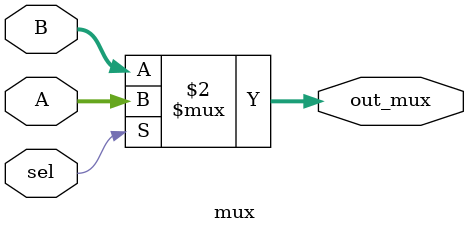
<source format=v>
`timescale 1ns / 1ps
module mux(
    input [31:0] A,
    input [31:0] B,
    input sel,
    output reg [31:0]out_mux
    );
	always@(*)
		begin
			out_mux <= sel?A:B;
			end

endmodule

</source>
